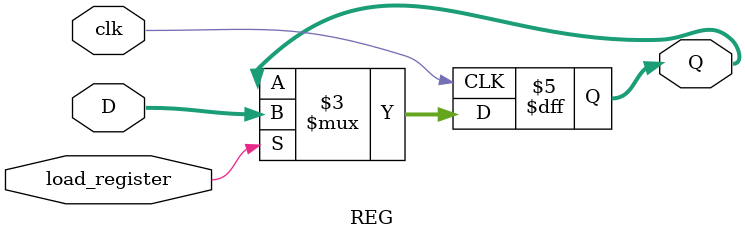
<source format=v>
`timescale 1ns / 1ps
module REG( input [31:0] D, input clk, load_register, output reg [31:0] Q );
always @ (posedge clk)
if(load_register)
Q <= D;
else
Q <= Q;
endmodule
</source>
